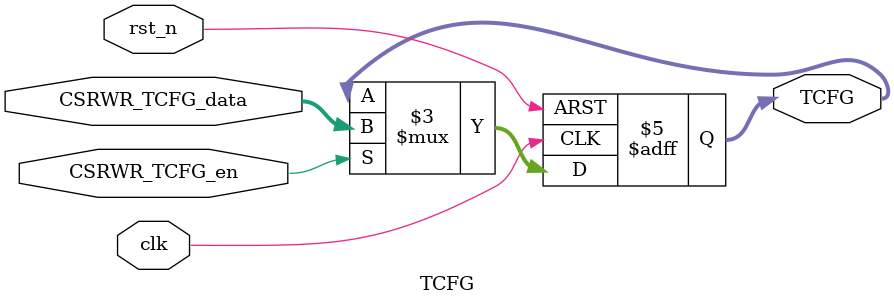
<source format=v>
module  TCFG(
    input               clk,
    input               rst_n,
    
    input               CSRWR_TCFG_en,
    input        [31:0] CSRWR_TCFG_data,
    
    output  reg  [31:0] TCFG
);
    
    always@(posedge clk or negedge rst_n) begin
        if(!rst_n)
            TCFG <= 32'b0;
        else if(CSRWR_TCFG_en)
            TCFG <= CSRWR_TCFG_data;
    end

endmodule
</source>
